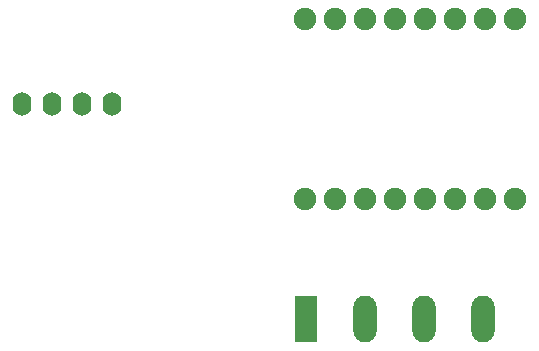
<source format=gbr>
%TF.GenerationSoftware,KiCad,Pcbnew,7.0.8*%
%TF.CreationDate,2025-03-09T22:18:45+01:00*%
%TF.ProjectId,Schematics,53636865-6d61-4746-9963-732e6b696361,rev?*%
%TF.SameCoordinates,Original*%
%TF.FileFunction,Copper,L2,Bot*%
%TF.FilePolarity,Positive*%
%FSLAX46Y46*%
G04 Gerber Fmt 4.6, Leading zero omitted, Abs format (unit mm)*
G04 Created by KiCad (PCBNEW 7.0.8) date 2025-03-09 22:18:45*
%MOMM*%
%LPD*%
G01*
G04 APERTURE LIST*
%TA.AperFunction,ComponentPad*%
%ADD10O,1.600000X2.000000*%
%TD*%
%TA.AperFunction,ComponentPad*%
%ADD11C,1.905000*%
%TD*%
%TA.AperFunction,ComponentPad*%
%ADD12R,1.980000X3.960000*%
%TD*%
%TA.AperFunction,ComponentPad*%
%ADD13O,1.980000X3.960000*%
%TD*%
G04 APERTURE END LIST*
D10*
%TO.P,Display1,2,Pin_2*%
%TO.N,Net-(Display1-Pin_2)*%
X136080000Y-96080000D03*
%TO.P,Display1,1,Pin_1*%
%TO.N,Net-(Display1-Pin_1)*%
X133540000Y-96080000D03*
%TO.P,Display1,3,Pin_3*%
%TO.N,Net-(Display1-Pin_3)*%
X138620000Y-96080000D03*
%TO.P,Display1,4,Pin_4*%
%TO.N,Net-(Display1-Pin_4)*%
X141160000Y-96080000D03*
%TD*%
D11*
%TO.P,U1,5V,5V*%
%TO.N,unconnected-(U1-Pad5V)*%
X175260000Y-104140000D03*
%TO.P,U1,G,GND*%
%TO.N,Net-(Display1-Pin_1)*%
X172720000Y-104140000D03*
%TO.P,U1,3.3,3V3*%
%TO.N,Net-(Display1-Pin_2)*%
X170180000Y-104140000D03*
%TO.P,U1,4,GPIO4*%
%TO.N,unconnected-(U1-GPIO4-Pad4)*%
X167640000Y-104140000D03*
%TO.P,U1,3,GPIO3*%
%TO.N,unconnected-(U1-GPIO3-Pad3)*%
X165100000Y-104140000D03*
%TO.P,U1,2,GPIO2*%
%TO.N,unconnected-(U1-GPIO2-Pad2)*%
X162560000Y-104140000D03*
%TO.P,U1,1,GPIO1*%
%TO.N,unconnected-(U1-GPIO1-Pad1)*%
X160020000Y-104140000D03*
%TO.P,U1,0,GPIO0*%
%TO.N,unconnected-(U1-GPIO0-Pad0)*%
X157480000Y-104140000D03*
%TO.P,U1,21,GPIO21*%
%TO.N,unconnected-(U1-GPIO21-Pad21)*%
X157480000Y-88900000D03*
%TO.P,U1,20,GPIO20*%
%TO.N,unconnected-(U1-GPIO20-Pad20)*%
X160020000Y-88900000D03*
%TO.P,U1,10,GPIO10*%
%TO.N,unconnected-(U1-GPIO10-Pad10)*%
X162560000Y-88900000D03*
%TO.P,U1,9,GPIO9*%
%TO.N,unconnected-(U1-GPIO9-Pad9)*%
X165100000Y-88900000D03*
%TO.P,U1,8,GPIO8*%
%TO.N,unconnected-(U1-GPIO8-Pad8)*%
X167640000Y-88900000D03*
%TO.P,U1,7,GPIO7*%
%TO.N,Net-(Display1-Pin_3)*%
X170180000Y-88900000D03*
%TO.P,U1,6,GPIO6*%
%TO.N,Net-(Display1-Pin_4)*%
X172720000Y-88900000D03*
%TO.P,U1,5,GPIO5*%
%TO.N,unconnected-(U1-GPIO5-Pad5)*%
X175260000Y-88900000D03*
%TD*%
D12*
%TO.P,Sensor1,1,Pin_1*%
%TO.N,Net-(Display1-Pin_1)*%
X157560000Y-114300000D03*
D13*
%TO.P,Sensor1,2,Pin_2*%
%TO.N,Net-(Display1-Pin_2)*%
X162560000Y-114300000D03*
%TO.P,Sensor1,3,Pin_3*%
%TO.N,Net-(Display1-Pin_3)*%
X167560000Y-114300000D03*
%TO.P,Sensor1,4,Pin_4*%
%TO.N,Net-(Display1-Pin_4)*%
X172560000Y-114300000D03*
%TD*%
M02*

</source>
